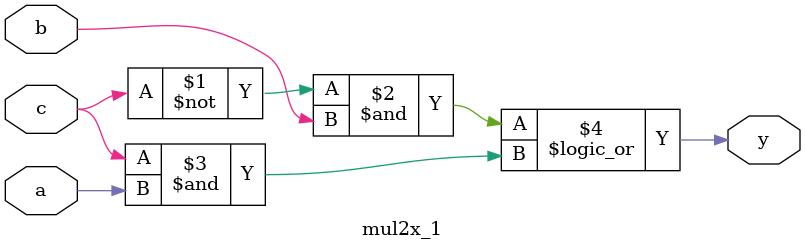
<source format=v>
module mul2x_1(y,a,b,c);
input a,b,c;
output y;
assign
y = (~c&b)||(c&a);
endmodule
</source>
